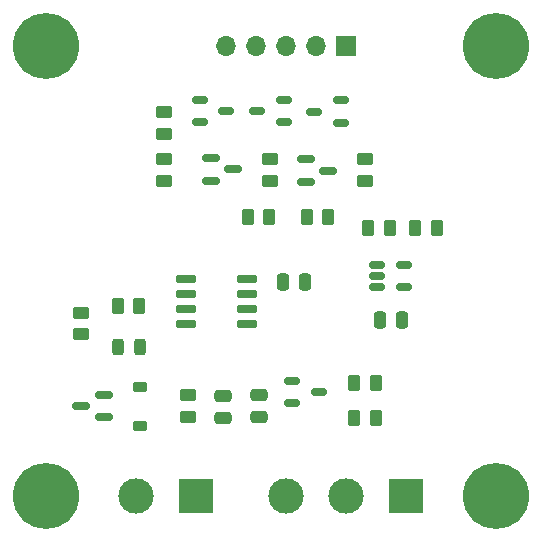
<source format=gbr>
%TF.GenerationSoftware,KiCad,Pcbnew,7.0.5*%
%TF.CreationDate,2023-09-16T15:22:35-07:00*%
%TF.ProjectId,PulseCounterI2C,50756c73-6543-46f7-956e-746572493243,rev?*%
%TF.SameCoordinates,Original*%
%TF.FileFunction,Soldermask,Top*%
%TF.FilePolarity,Negative*%
%FSLAX46Y46*%
G04 Gerber Fmt 4.6, Leading zero omitted, Abs format (unit mm)*
G04 Created by KiCad (PCBNEW 7.0.5) date 2023-09-16 15:22:35*
%MOMM*%
%LPD*%
G01*
G04 APERTURE LIST*
G04 Aperture macros list*
%AMRoundRect*
0 Rectangle with rounded corners*
0 $1 Rounding radius*
0 $2 $3 $4 $5 $6 $7 $8 $9 X,Y pos of 4 corners*
0 Add a 4 corners polygon primitive as box body*
4,1,4,$2,$3,$4,$5,$6,$7,$8,$9,$2,$3,0*
0 Add four circle primitives for the rounded corners*
1,1,$1+$1,$2,$3*
1,1,$1+$1,$4,$5*
1,1,$1+$1,$6,$7*
1,1,$1+$1,$8,$9*
0 Add four rect primitives between the rounded corners*
20,1,$1+$1,$2,$3,$4,$5,0*
20,1,$1+$1,$4,$5,$6,$7,0*
20,1,$1+$1,$6,$7,$8,$9,0*
20,1,$1+$1,$8,$9,$2,$3,0*%
G04 Aperture macros list end*
%ADD10RoundRect,0.250000X0.450000X-0.262500X0.450000X0.262500X-0.450000X0.262500X-0.450000X-0.262500X0*%
%ADD11RoundRect,0.150000X0.587500X0.150000X-0.587500X0.150000X-0.587500X-0.150000X0.587500X-0.150000X0*%
%ADD12RoundRect,0.150000X-0.587500X-0.150000X0.587500X-0.150000X0.587500X0.150000X-0.587500X0.150000X0*%
%ADD13RoundRect,0.250000X-0.475000X0.250000X-0.475000X-0.250000X0.475000X-0.250000X0.475000X0.250000X0*%
%ADD14RoundRect,0.243750X0.243750X0.456250X-0.243750X0.456250X-0.243750X-0.456250X0.243750X-0.456250X0*%
%ADD15RoundRect,0.250000X-0.262500X-0.450000X0.262500X-0.450000X0.262500X0.450000X-0.262500X0.450000X0*%
%ADD16C,5.600000*%
%ADD17RoundRect,0.150000X-0.512500X-0.150000X0.512500X-0.150000X0.512500X0.150000X-0.512500X0.150000X0*%
%ADD18RoundRect,0.250000X0.250000X0.475000X-0.250000X0.475000X-0.250000X-0.475000X0.250000X-0.475000X0*%
%ADD19RoundRect,0.150000X-0.725000X-0.150000X0.725000X-0.150000X0.725000X0.150000X-0.725000X0.150000X0*%
%ADD20RoundRect,0.250000X-0.250000X-0.475000X0.250000X-0.475000X0.250000X0.475000X-0.250000X0.475000X0*%
%ADD21RoundRect,0.250000X0.262500X0.450000X-0.262500X0.450000X-0.262500X-0.450000X0.262500X-0.450000X0*%
%ADD22RoundRect,0.225000X-0.375000X0.225000X-0.375000X-0.225000X0.375000X-0.225000X0.375000X0.225000X0*%
%ADD23RoundRect,0.150000X0.512500X0.150000X-0.512500X0.150000X-0.512500X-0.150000X0.512500X-0.150000X0*%
%ADD24RoundRect,0.250000X-0.450000X0.262500X-0.450000X-0.262500X0.450000X-0.262500X0.450000X0.262500X0*%
%ADD25R,1.700000X1.700000*%
%ADD26O,1.700000X1.700000*%
%ADD27R,3.000000X3.000000*%
%ADD28C,3.000000*%
G04 APERTURE END LIST*
D10*
%TO.C,R10*%
X130000000Y-87912500D03*
X130000000Y-86087500D03*
%TD*%
D11*
%TO.C,Q3*%
X131875000Y-94950000D03*
X131875000Y-93050000D03*
X130000000Y-94000000D03*
%TD*%
D12*
%TO.C,Q2*%
X149000000Y-73100000D03*
X149000000Y-75000000D03*
X150875000Y-74050000D03*
%TD*%
D13*
%TO.C,C2*%
X145000000Y-93050000D03*
X145000000Y-94950000D03*
%TD*%
D14*
%TO.C,D4*%
X134937500Y-89000000D03*
X133062500Y-89000000D03*
%TD*%
D15*
%TO.C,R4*%
X144087500Y-78000000D03*
X145912500Y-78000000D03*
%TD*%
D16*
%TO.C,J2*%
X165100000Y-63500000D03*
%TD*%
D17*
%TO.C,D1*%
X147862500Y-91850000D03*
X147862500Y-93750000D03*
X150137500Y-92800000D03*
%TD*%
D18*
%TO.C,C4*%
X157175000Y-86680000D03*
X155275000Y-86680000D03*
%TD*%
D16*
%TO.C,J4*%
X127000000Y-101600000D03*
%TD*%
D10*
%TO.C,R6*%
X146000000Y-74912500D03*
X146000000Y-73087500D03*
%TD*%
D19*
%TO.C,U1*%
X138850000Y-83190000D03*
X138850000Y-84460000D03*
X138850000Y-85730000D03*
X138850000Y-87000000D03*
X144000000Y-87000000D03*
X144000000Y-85730000D03*
X144000000Y-84460000D03*
X144000000Y-83190000D03*
%TD*%
D20*
%TO.C,C1*%
X147050000Y-83495000D03*
X148950000Y-83495000D03*
%TD*%
D21*
%TO.C,R13*%
X160100000Y-78900000D03*
X158275000Y-78900000D03*
%TD*%
D22*
%TO.C,D5*%
X135000000Y-92350000D03*
X135000000Y-95650000D03*
%TD*%
D23*
%TO.C,D3*%
X152000000Y-70000000D03*
X152000000Y-68100000D03*
X149725000Y-69050000D03*
%TD*%
D12*
%TO.C,Q1*%
X141000000Y-73000000D03*
X141000000Y-74900000D03*
X142875000Y-73950000D03*
%TD*%
D23*
%TO.C,D2*%
X147137500Y-69950000D03*
X147137500Y-68050000D03*
X144862500Y-69000000D03*
%TD*%
D24*
%TO.C,R8*%
X137000000Y-69087500D03*
X137000000Y-70912500D03*
%TD*%
D25*
%TO.C,J7*%
X152400000Y-63500000D03*
D26*
X149860000Y-63500000D03*
X147320000Y-63500000D03*
X144780000Y-63500000D03*
X142240000Y-63500000D03*
%TD*%
D17*
%TO.C,U2*%
X155000000Y-82000000D03*
X155000000Y-82950000D03*
X155000000Y-83900000D03*
X157275000Y-83900000D03*
X157275000Y-82000000D03*
%TD*%
D27*
%TO.C,J6*%
X139700000Y-101600000D03*
D28*
X134620000Y-101600000D03*
%TD*%
D24*
%TO.C,R9*%
X137000000Y-73087500D03*
X137000000Y-74912500D03*
%TD*%
D13*
%TO.C,C3*%
X142000000Y-93100000D03*
X142000000Y-95000000D03*
%TD*%
D16*
%TO.C,J3*%
X165100000Y-101600000D03*
%TD*%
D27*
%TO.C,J5*%
X157480000Y-101600000D03*
D28*
X152400000Y-101600000D03*
X147320000Y-101600000D03*
%TD*%
D21*
%TO.C,R5*%
X150912500Y-78000000D03*
X149087500Y-78000000D03*
%TD*%
D10*
%TO.C,R11*%
X139000000Y-94912500D03*
X139000000Y-93087500D03*
%TD*%
D21*
%TO.C,R12*%
X156100000Y-78900000D03*
X154275000Y-78900000D03*
%TD*%
D17*
%TO.C,D6*%
X140000000Y-68050000D03*
X140000000Y-69950000D03*
X142275000Y-69000000D03*
%TD*%
D21*
%TO.C,R1*%
X134912500Y-85495000D03*
X133087500Y-85495000D03*
%TD*%
D15*
%TO.C,R2*%
X153087500Y-92050000D03*
X154912500Y-92050000D03*
%TD*%
D21*
%TO.C,R3*%
X154912500Y-95000000D03*
X153087500Y-95000000D03*
%TD*%
D16*
%TO.C,J1*%
X127000000Y-63500000D03*
%TD*%
D10*
%TO.C,R7*%
X154000000Y-74912500D03*
X154000000Y-73087500D03*
%TD*%
M02*

</source>
